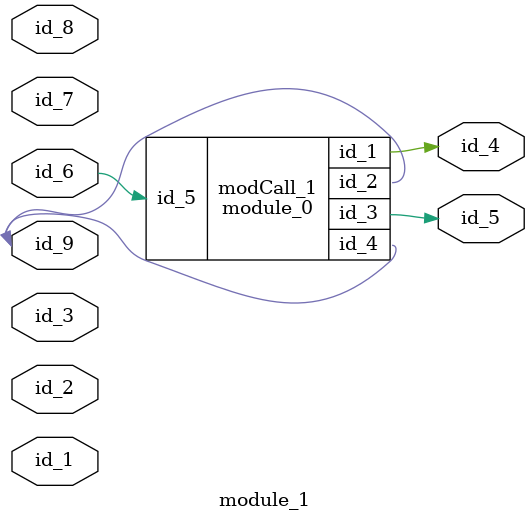
<source format=v>
module module_0 (
    id_1,
    id_2,
    id_3,
    id_4,
    id_5
);
  input wire id_5;
  inout wire id_4;
  output wire id_3;
  output wire id_2;
  output wire id_1;
endmodule
module module_1 (
    id_1,
    id_2,
    id_3,
    id_4,
    id_5,
    id_6,
    id_7,
    id_8,
    id_9
);
  inout wire id_9;
  input wire id_8;
  inout wire id_7;
  inout wire id_6;
  module_0 modCall_1 (
      id_4,
      id_9,
      id_5,
      id_9,
      id_6
  );
  output wire id_5;
  output wire id_4;
  input wire id_3;
  input wire id_2;
  input wire id_1;
  wire \id_10 ;
endmodule

</source>
